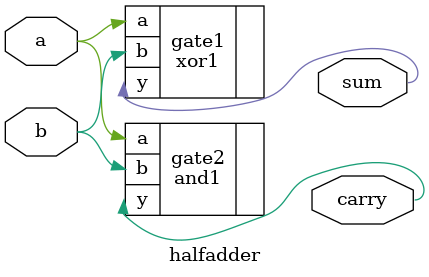
<source format=v>
module halfadder(input a,b,output sum,carry);
xor1 gate1(
	.a(a),
	.b(b),
	.y(sum)
	);
and1 gate2(
	.a(a),
	.b(b),
	.y(carry)
);

endmodule


</source>
